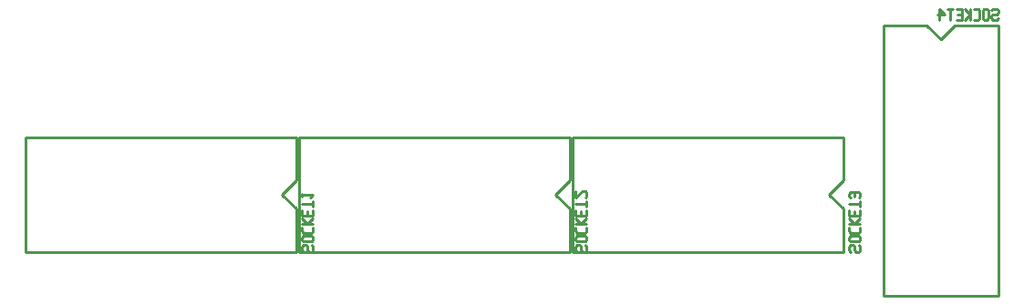
<source format=gbr>
G04 start of page 8 for group -4078 idx -4078 *
G04 Title: (unknown), bottomsilk *
G04 Creator: pcb 20100929 *
G04 CreationDate: Mon 21 Feb 2011 05:52:53 PM GMT UTC *
G04 For: vince *
G04 Format: Gerber/RS-274X *
G04 PCB-Dimensions: 480000 150000 *
G04 PCB-Coordinate-Origin: lower left *
%MOIN*%
%FSLAX25Y25*%
%LNBACKSILK*%
%ADD22C,0.0100*%
G54D22*X392000Y49750D02*Y34000D01*
X386750Y55000D02*X392000Y49750D01*
Y60250D02*X386750Y55000D01*
X392000Y76000D02*Y60250D01*
X293000Y76000D02*X392000D01*
X293000D02*Y34000D01*
X392000D01*
X432750Y117000D02*X448500D01*
X427500Y111750D02*X432750Y117000D01*
X422250D02*X427500Y111750D01*
X406500Y117000D02*X422250D01*
X406500D02*Y18000D01*
X448500D01*
Y117000D02*Y18000D01*
X192000Y49750D02*Y34000D01*
X186750Y55000D02*X192000Y49750D01*
Y60250D02*X186750Y55000D01*
X192000Y76000D02*Y60250D01*
X93000Y76000D02*X192000D01*
X93000D02*Y34000D01*
X192000D01*
X292000Y49750D02*Y34000D01*
X286750Y55000D02*X292000Y49750D01*
Y60250D02*X286750Y55000D01*
X292000Y76000D02*Y60250D01*
X193000Y76000D02*X292000D01*
X193000D02*Y34000D01*
X292000D01*
X198000Y36000D02*X197500Y36500D01*
X198000Y34500D02*Y36000D01*
X197500Y34000D02*X198000Y34500D01*
X196500Y34000D02*X197500D01*
X196500D02*X196000Y34500D01*
Y36000D01*
X195500Y36500D01*
X194500D02*X195500D01*
X194000Y36000D02*X194500Y36500D01*
X194000Y34500D02*Y36000D01*
X194500Y34000D02*X194000Y34500D01*
X194500Y37701D02*X197500D01*
X198000Y38201D01*
Y39201D01*
X197500Y39701D01*
X194500D02*X197500D01*
X194000Y39201D02*X194500Y39701D01*
X194000Y38201D02*Y39201D01*
X194500Y37701D02*X194000Y38201D01*
Y41402D02*Y42902D01*
X194500Y40902D02*X194000Y41402D01*
X194500Y40902D02*X197500D01*
X198000Y41402D01*
Y42902D01*
X194000Y44103D02*X198000D01*
X196000D02*X198000Y46103D01*
X196000Y44103D02*X194000Y46103D01*
X196000Y47304D02*Y48804D01*
X194000Y47304D02*Y49304D01*
Y47304D02*X198000D01*
Y49304D01*
Y50505D02*Y52505D01*
X194000Y51505D02*X198000D01*
X194000Y54206D02*Y55206D01*
Y54706D02*X198000D01*
X197000Y53706D02*X198000Y54706D01*
X298000Y36000D02*X297500Y36500D01*
X298000Y34500D02*Y36000D01*
X297500Y34000D02*X298000Y34500D01*
X296500Y34000D02*X297500D01*
X296500D02*X296000Y34500D01*
Y36000D01*
X295500Y36500D01*
X294500D02*X295500D01*
X294000Y36000D02*X294500Y36500D01*
X294000Y34500D02*Y36000D01*
X294500Y34000D02*X294000Y34500D01*
X294500Y37701D02*X297500D01*
X298000Y38201D01*
Y39201D01*
X297500Y39701D01*
X294500D02*X297500D01*
X294000Y39201D02*X294500Y39701D01*
X294000Y38201D02*Y39201D01*
X294500Y37701D02*X294000Y38201D01*
Y41402D02*Y42902D01*
X294500Y40902D02*X294000Y41402D01*
X294500Y40902D02*X297500D01*
X298000Y41402D01*
Y42902D01*
X294000Y44103D02*X298000D01*
X296000D02*X298000Y46103D01*
X296000Y44103D02*X294000Y46103D01*
X296000Y47304D02*Y48804D01*
X294000Y47304D02*Y49304D01*
Y47304D02*X298000D01*
Y49304D01*
Y50505D02*Y52505D01*
X294000Y51505D02*X298000D01*
X297500Y53706D02*X298000Y54206D01*
Y55706D01*
X297500Y56206D01*
X296500D02*X297500D01*
X294000Y53706D02*X296500Y56206D01*
X294000Y53706D02*Y56206D01*
X398000Y36000D02*X397500Y36500D01*
X398000Y34500D02*Y36000D01*
X397500Y34000D02*X398000Y34500D01*
X396500Y34000D02*X397500D01*
X396500D02*X396000Y34500D01*
Y36000D01*
X395500Y36500D01*
X394500D02*X395500D01*
X394000Y36000D02*X394500Y36500D01*
X394000Y34500D02*Y36000D01*
X394500Y34000D02*X394000Y34500D01*
X394500Y37701D02*X397500D01*
X398000Y38201D01*
Y39201D01*
X397500Y39701D01*
X394500D02*X397500D01*
X394000Y39201D02*X394500Y39701D01*
X394000Y38201D02*Y39201D01*
X394500Y37701D02*X394000Y38201D01*
Y41402D02*Y42902D01*
X394500Y40902D02*X394000Y41402D01*
X394500Y40902D02*X397500D01*
X398000Y41402D01*
Y42902D01*
X394000Y44103D02*X398000D01*
X396000D02*X398000Y46103D01*
X396000Y44103D02*X394000Y46103D01*
X396000Y47304D02*Y48804D01*
X394000Y47304D02*Y49304D01*
Y47304D02*X398000D01*
Y49304D01*
Y50505D02*Y52505D01*
X394000Y51505D02*X398000D01*
X397500Y53706D02*X398000Y54206D01*
Y55206D01*
X397500Y55706D01*
X394500D02*X397500D01*
X394000Y55206D02*X394500Y55706D01*
X394000Y54206D02*Y55206D01*
X394500Y53706D02*X394000Y54206D01*
X396000D02*Y55706D01*
X446500Y123000D02*X446000Y122500D01*
X446500Y123000D02*X448000D01*
X448500Y122500D02*X448000Y123000D01*
X448500Y121500D02*Y122500D01*
Y121500D02*X448000Y121000D01*
X446500D02*X448000D01*
X446500D02*X446000Y120500D01*
Y119500D02*Y120500D01*
X446500Y119000D02*X446000Y119500D01*
X446500Y119000D02*X448000D01*
X448500Y119500D02*X448000Y119000D01*
X444799Y119500D02*Y122500D01*
X444299Y123000D01*
X443299D02*X444299D01*
X443299D02*X442799Y122500D01*
Y119500D02*Y122500D01*
X443299Y119000D02*X442799Y119500D01*
X443299Y119000D02*X444299D01*
X444799Y119500D02*X444299Y119000D01*
X439598D02*X441098D01*
X441598Y119500D02*X441098Y119000D01*
X441598Y119500D02*Y122500D01*
X441098Y123000D01*
X439598D02*X441098D01*
X438397Y119000D02*Y123000D01*
Y121000D02*X436397Y123000D01*
X438397Y121000D02*X436397Y119000D01*
X433696Y121000D02*X435196D01*
X433196Y119000D02*X435196D01*
Y123000D01*
X433196D02*X435196D01*
X429995D02*X431995D01*
X430995Y119000D02*Y123000D01*
X428794Y121000D02*X426794Y123000D01*
X426294Y121000D02*X428794D01*
X426794Y119000D02*Y123000D01*
M02*

</source>
